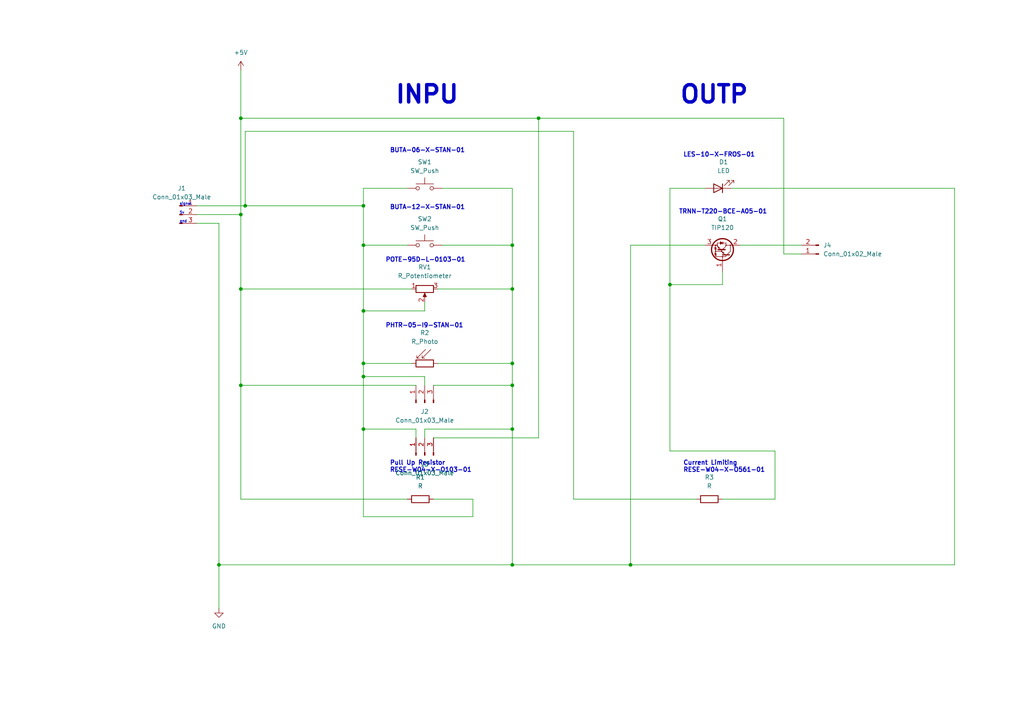
<source format=kicad_sch>
(kicad_sch (version 20211123) (generator eeschema)
  (paper "A4")
  (lib_symbols
    (symbol "Connector:Conn_01x02_Male" (pin_names (offset 1.016) hide)
      (property "Reference" "J" (at 0 2.54 0))
      (property "Value" "Conn_01x02_Male" (at 0 -5.08 0))
      (symbol "Conn_01x02_Male_1_1"
        (polyline (pts (xy 1.27 -2.54) (xy 0.8636 -2.54)) (stroke (width 0.1524)))
        (polyline (pts (xy 1.27 0) (xy 0.8636 0)) (stroke (width 0.1524)))
        (rectangle (start 0.8636 -2.413) (end 0 -2.667) (stroke (width 0.1524)) (fill (type outline)))
        (rectangle (start 0.8636 0.127) (end 0 -0.127) (stroke (width 0.1524)) (fill (type outline)))
        (pin passive line (at 5.08 0 180) (length 3.81) (name "Pin_1") (number "1"))
        (pin passive line (at 5.08 -2.54 180) (length 3.81) (name "Pin_2") (number "2"))
      )
    )
    (symbol "Connector:Conn_01x03_Male" (pin_names (offset 1.016) hide)
      (property "Reference" "J" (at 0 5.08 0))
      (property "Value" "Conn_01x03_Male" (at 0 -5.08 0))
      (symbol "Conn_01x03_Male_1_1"
        (polyline (pts (xy 1.27 -2.54) (xy 0.8636 -2.54)) (stroke (width 0.1524)))
        (polyline (pts (xy 1.27 0) (xy 0.8636 0)) (stroke (width 0.1524)))
        (polyline (pts (xy 1.27 2.54) (xy 0.8636 2.54)) (stroke (width 0.1524)))
        (rectangle (start 0.8636 -2.413) (end 0 -2.667) (stroke (width 0.1524)) (fill (type outline)))
        (rectangle (start 0.8636 0.127) (end 0 -0.127) (stroke (width 0.1524)) (fill (type outline)))
        (rectangle (start 0.8636 2.667) (end 0 2.413) (stroke (width 0.1524)) (fill (type outline)))
        (pin passive line (at 5.08 2.54 180) (length 3.81) (name "Pin_1") (number "1"))
        (pin passive line (at 5.08 0 180) (length 3.81) (name "Pin_2") (number "2"))
        (pin passive line (at 5.08 -2.54 180) (length 3.81) (name "Pin_3") (number "3"))
      )
    )
    (symbol "Device:LED" (pin_numbers hide) (pin_names (offset 1.016) hide)
      (property "Reference" "D" (at 0 2.54 0))
      (property "Value" "LED" (at 0 -2.54 0))
      (symbol "LED_0_1"
        (polyline (pts (xy -1.27 -1.27) (xy -1.27 1.27)) (stroke (width 0.254)))
        (polyline (pts (xy -1.27 0) (xy 1.27 0)))
        (polyline (pts (xy 1.27 -1.27) (xy 1.27 1.27) (xy -1.27 0) (xy 1.27 -1.27)) (stroke (width 0.254)))
        (polyline (pts (xy -3.048 -0.762) (xy -4.572 -2.286) (xy -3.81 -2.286) (xy -4.572 -2.286) (xy -4.572 -1.524)))
        (polyline (pts (xy -1.778 -0.762) (xy -3.302 -2.286) (xy -2.54 -2.286) (xy -3.302 -2.286) (xy -3.302 -1.524)))
      )
      (symbol "LED_1_1"
        (pin passive line (at -3.81 0 0) (length 2.54) (name "K") (number "1"))
        (pin passive line (at 3.81 0 180) (length 2.54) (name "A") (number "2"))
      )
    )
    (symbol "Device:R" (pin_numbers hide) (pin_names (offset 0))
      (property "Reference" "R" (at 2.032 0 90))
      (property "Value" "R" (at 0 0 90))
      (symbol "R_0_1"
        (rectangle (start -1.016 -2.54) (end 1.016 2.54) (stroke (width 0.254)))
      )
      (symbol "R_1_1"
        (pin passive line (at 0 3.81 270) (length 1.27) (name "~") (number "1"))
        (pin passive line (at 0 -3.81 90) (length 1.27) (name "~") (number "2"))
      )
    )
    (symbol "Device:R_Photo" (pin_numbers hide) (pin_names (offset 0))
      (property "Reference" "R" (at 1.27 1.27 0))
      (property "Value" "R_Photo" (at 1.27 0 0))
      (symbol "R_Photo_0_1"
        (rectangle (start -1.016 2.54) (end 1.016 -2.54) (stroke (width 0.254)))
        (polyline (pts (xy -1.524 -2.286) (xy -4.064 0.254)))
        (polyline (pts (xy -1.524 -2.286) (xy -2.286 -2.286)))
        (polyline (pts (xy -1.524 -2.286) (xy -1.524 -1.524)))
        (polyline (pts (xy -1.524 -0.762) (xy -4.064 1.778)))
        (polyline (pts (xy -1.524 -0.762) (xy -2.286 -0.762)))
        (polyline (pts (xy -1.524 -0.762) (xy -1.524 0)))
      )
      (symbol "R_Photo_1_1"
        (pin passive line (at 0 3.81 270) (length 1.27) (name "~") (number "1"))
        (pin passive line (at 0 -3.81 90) (length 1.27) (name "~") (number "2"))
      )
    )
    (symbol "Device:R_Potentiometer" (pin_names (offset 1.016) hide)
      (property "Reference" "RV" (at -4.445 0 90))
      (property "Value" "R_Potentiometer" (at -2.54 0 90))
      (symbol "R_Potentiometer_0_1"
        (polyline (pts (xy 2.54 0) (xy 1.524 0)))
        (polyline (pts (xy 1.143 0) (xy 2.286 0.508) (xy 2.286 -0.508) (xy 1.143 0)) (fill (type outline)))
        (rectangle (start 1.016 2.54) (end -1.016 -2.54) (stroke (width 0.254)))
      )
      (symbol "R_Potentiometer_1_1"
        (pin passive line (at 0 3.81 270) (length 1.27) (name "1") (number "1"))
        (pin passive line (at 3.81 0 180) (length 1.27) (name "2") (number "2"))
        (pin passive line (at 0 -3.81 90) (length 1.27) (name "3") (number "3"))
      )
    )
    (symbol "Switch:SW_Push" (pin_numbers hide) (pin_names (offset 1.016) hide)
      (property "Reference" "SW" (at 1.27 2.54 0))
      (property "Value" "SW_Push" (at 0 -1.524 0))
      (symbol "SW_Push_0_1"
        (circle (center -2.032 0) (radius 0.508))
        (polyline (pts (xy 0 1.27) (xy 0 3.048)))
        (polyline (pts (xy 2.54 1.27) (xy -2.54 1.27)))
        (circle (center 2.032 0) (radius 0.508))
        (pin passive line (at -5.08 0 0) (length 2.54) (name "1") (number "1"))
        (pin passive line (at 5.08 0 180) (length 2.54) (name "2") (number "2"))
      )
    )
    (symbol "Transistor_BJT:TIP120" (pin_names (offset 0) hide)
      (property "Reference" "Q" (at 5.08 1.905 0))
      (property "Value" "TIP120" (at 5.08 0 0))
      (symbol "TIP120_0_1"
        (circle (center -0.762 0) (radius 0.127))
        (polyline (pts (xy -1.27 0) (xy -0.889 0)))
        (polyline (pts (xy 2.54 -2.032) (xy 2.54 -2.54)))
        (polyline (pts (xy 2.54 -1.524) (xy 3.175 -1.524)))
        (polyline (pts (xy 2.794 0.127) (xy 3.556 0.127)))
        (polyline (pts (xy 3.175 -0.635) (xy 3.175 -1.524)))
        (polyline (pts (xy 3.175 1.016) (xy 2.54 1.016)))
        (polyline (pts (xy 3.175 1.016) (xy 3.175 0.127)))
        (polyline (pts (xy -0.254 0.762) (xy 0.762 -0.254) (xy 1.27 -0.254)))
        (polyline (pts (xy -0.254 1.016) (xy -0.762 1.016) (xy -0.762 -2.032)))
        (polyline (pts (xy -0.254 1.27) (xy 0.762 2.286) (xy 2.54 2.286)))
        (polyline (pts (xy -0.254 2.032) (xy -0.254 0) (xy -0.254 0)) (stroke (width 0.3048)))
        (polyline (pts (xy 1.27 0.762) (xy 1.27 -1.27) (xy 1.27 -1.27)) (stroke (width 0.381)))
        (polyline (pts (xy 0.635 -0.127) (xy 0.381 0.381) (xy 0.127 0.127) (xy 0.635 -0.127)))
        (polyline (pts (xy 1.27 -0.508) (xy 2.286 -1.524) (xy 2.54 -1.524) (xy 2.54 -2.032)))
        (polyline (pts (xy 1.27 0) (xy 2.286 1.016) (xy 2.54 1.016) (xy 2.54 2.286)))
        (polyline (pts (xy 2.159 -1.397) (xy 1.905 -0.889) (xy 1.651 -1.143) (xy 2.159 -1.397)))
        (polyline (pts (xy 3.175 0.127) (xy 2.794 -0.635) (xy 3.556 -0.635) (xy 3.175 0.127)) (fill (type outline)))
        (polyline (pts (xy 0.762 -2.032) (xy 0.381 -2.032) (xy 0.254 -2.286) (xy 0.127 -1.778) (xy 0 -2.286) (xy -0.127 -1.778) (xy -0.254 -2.286) (xy -0.381 -1.778) (xy -0.508 -2.032) (xy -0.762 -2.032)))
        (polyline (pts (xy 0.762 -0.254) (xy 0.762 -2.032) (xy 1.143 -2.032) (xy 1.27 -1.778) (xy 1.397 -2.286) (xy 1.524 -1.778) (xy 1.651 -2.286) (xy 1.778 -1.778) (xy 1.905 -2.286) (xy 2.032 -2.032) (xy 2.54 -2.032)))
        (circle (center 0.762 -2.032) (radius 0.127))
        (circle (center 0.762 -0.254) (radius 0.127))
        (circle (center 1.27 0) (radius 3.175) (stroke (width 0.3556)))
        (circle (center 2.54 -2.032) (radius 0.127))
        (circle (center 2.54 -1.524) (radius 0.127))
        (circle (center 2.54 1.016) (radius 0.127))
        (circle (center 2.54 2.286) (radius 0.127))
      )
      (symbol "TIP120_1_1"
        (pin input line (at -5.08 0 0) (length 3.81) (name "B") (number "1"))
        (pin passive line (at 2.54 5.08 270) (length 2.667) (name "C") (number "2"))
        (pin passive line (at 2.54 -5.08 90) (length 2.54) (name "E") (number "3"))
      )
    )
    (symbol "power:+5V" (power) (pin_names (offset 0))
      (property "Value" "+5V" (at 0 3.556 0))
      (symbol "+5V_0_1"
        (polyline (pts (xy -0.762 1.27) (xy 0 2.54)))
        (polyline (pts (xy 0 0) (xy 0 2.54)))
        (polyline (pts (xy 0 2.54) (xy 0.762 1.27)))
      )
      (symbol "+5V_1_1"
        (pin power_in line (at 0 0 90) (length 0) hide (name "+5V") (number "1"))
      )
    )
    (symbol "power:GND" (power) (pin_names (offset 0))
      (property "Value" "GND" (at 0 -3.81 0))
      (symbol "GND_0_1"
        (polyline (pts (xy 0 0) (xy 0 -1.27) (xy 1.27 -1.27) (xy 0 -2.54) (xy -1.27 -1.27) (xy 0 -1.27)))
      )
      (symbol "GND_1_1"
        (pin power_in line (at 0 0 270) (length 0) hide (name "GND") (number "1"))
      )
    )
  )
  (junction (at 105.41 90.17))
  (junction (at 105.41 71.12))
  (junction (at 69.85 34.29))
  (junction (at 69.85 83.82))
  (junction (at 69.85 111.76))
  (junction (at 182.88 163.83))
  (junction (at 105.41 59.69))
  (junction (at 105.41 109.22))
  (junction (at 105.41 124.46))
  (junction (at 148.59 124.46))
  (junction (at 148.59 83.82))
  (junction (at 148.59 111.76))
  (junction (at 63.5 163.83))
  (junction (at 148.59 71.12))
  (junction (at 148.59 105.41))
  (junction (at 156.21 34.29))
  (junction (at 69.85 62.23))
  (junction (at 148.59 163.83))
  (junction (at 194.31 82.55))
  (junction (at 105.41 105.41))
  (junction (at 71.12 59.69))
  (wire (pts (xy 105.41 90.17) (xy 123.19 90.17)))
  (wire (pts (xy 194.31 130.81) (xy 224.79 130.81)))
  (wire (pts (xy 125.73 111.76) (xy 148.59 111.76)))
  (wire (pts (xy 105.41 105.41) (xy 119.38 105.41)))
  (wire (pts (xy 105.41 90.17) (xy 105.41 105.41)))
  (wire (pts (xy 128.27 54.61) (xy 148.59 54.61)))
  (wire (pts (xy 69.85 83.82) (xy 69.85 62.23)))
  (wire (pts (xy 148.59 83.82) (xy 148.59 105.41)))
  (wire (pts (xy 156.21 34.29) (xy 227.33 34.29)))
  (wire (pts (xy 232.41 73.66) (xy 227.33 73.66)))
  (wire (pts (xy 212.09 54.61) (xy 276.86 54.61)))
  (wire (pts (xy 69.85 34.29) (xy 156.21 34.29)))
  (wire (pts (xy 118.11 144.78) (xy 69.85 144.78)))
  (wire (pts (xy 105.41 109.22) (xy 123.19 109.22)))
  (wire (pts (xy 105.41 59.69) (xy 105.41 71.12)))
  (wire (pts (xy 105.41 54.61) (xy 105.41 59.69)))
  (wire (pts (xy 137.16 144.78) (xy 137.16 149.86)))
  (wire (pts (xy 105.41 124.46) (xy 120.65 124.46)))
  (wire (pts (xy 182.88 71.12) (xy 182.88 163.83)))
  (wire (pts (xy 123.19 87.63) (xy 123.19 90.17)))
  (wire (pts (xy 123.19 124.46) (xy 148.59 124.46)))
  (wire (pts (xy 276.86 54.61) (xy 276.86 163.83)))
  (wire (pts (xy 123.19 109.22) (xy 123.19 111.76)))
  (wire (pts (xy 148.59 54.61) (xy 148.59 71.12)))
  (wire (pts (xy 201.93 144.78) (xy 166.37 144.78)))
  (wire (pts (xy 137.16 149.86) (xy 105.41 149.86)))
  (wire (pts (xy 63.5 64.77) (xy 57.15 64.77)))
  (wire (pts (xy 166.37 38.1) (xy 71.12 38.1)))
  (wire (pts (xy 194.31 82.55) (xy 194.31 130.81)))
  (wire (pts (xy 125.73 127) (xy 156.21 127)))
  (wire (pts (xy 194.31 54.61) (xy 194.31 82.55)))
  (wire (pts (xy 204.47 71.12) (xy 182.88 71.12)))
  (wire (pts (xy 123.19 127) (xy 123.19 124.46)))
  (wire (pts (xy 118.11 54.61) (xy 105.41 54.61)))
  (wire (pts (xy 69.85 20.32) (xy 69.85 34.29)))
  (wire (pts (xy 209.55 78.74) (xy 209.55 82.55)))
  (wire (pts (xy 120.65 111.76) (xy 69.85 111.76)))
  (wire (pts (xy 57.15 62.23) (xy 69.85 62.23)))
  (wire (pts (xy 127 105.41) (xy 148.59 105.41)))
  (wire (pts (xy 105.41 124.46) (xy 105.41 109.22)))
  (wire (pts (xy 148.59 111.76) (xy 148.59 124.46)))
  (wire (pts (xy 156.21 127) (xy 156.21 34.29)))
  (wire (pts (xy 224.79 130.81) (xy 224.79 144.78)))
  (wire (pts (xy 63.5 163.83) (xy 63.5 64.77)))
  (wire (pts (xy 194.31 82.55) (xy 209.55 82.55)))
  (wire (pts (xy 71.12 59.69) (xy 105.41 59.69)))
  (wire (pts (xy 276.86 163.83) (xy 182.88 163.83)))
  (wire (pts (xy 69.85 111.76) (xy 69.85 144.78)))
  (wire (pts (xy 105.41 71.12) (xy 105.41 90.17)))
  (wire (pts (xy 148.59 124.46) (xy 148.59 163.83)))
  (wire (pts (xy 69.85 83.82) (xy 69.85 111.76)))
  (wire (pts (xy 204.47 54.61) (xy 194.31 54.61)))
  (wire (pts (xy 148.59 163.83) (xy 63.5 163.83)))
  (wire (pts (xy 125.73 144.78) (xy 137.16 144.78)))
  (wire (pts (xy 148.59 71.12) (xy 128.27 71.12)))
  (wire (pts (xy 105.41 71.12) (xy 118.11 71.12)))
  (wire (pts (xy 127 83.82) (xy 148.59 83.82)))
  (wire (pts (xy 148.59 105.41) (xy 148.59 111.76)))
  (wire (pts (xy 224.79 144.78) (xy 209.55 144.78)))
  (wire (pts (xy 69.85 34.29) (xy 69.85 62.23)))
  (wire (pts (xy 57.15 59.69) (xy 71.12 59.69)))
  (wire (pts (xy 105.41 149.86) (xy 105.41 124.46)))
  (wire (pts (xy 148.59 71.12) (xy 148.59 83.82)))
  (wire (pts (xy 182.88 163.83) (xy 148.59 163.83)))
  (wire (pts (xy 63.5 176.53) (xy 63.5 163.83)))
  (wire (pts (xy 214.63 71.12) (xy 232.41 71.12)))
  (wire (pts (xy 105.41 109.22) (xy 105.41 105.41)))
  (wire (pts (xy 227.33 73.66) (xy 227.33 34.29)))
  (wire (pts (xy 69.85 83.82) (xy 119.38 83.82)))
  (wire (pts (xy 71.12 38.1) (xy 71.12 59.69)))
  (wire (pts (xy 166.37 38.1) (xy 166.37 144.78)))
  (wire (pts (xy 120.65 127) (xy 120.65 124.46)))
  (text "5v" (at 52.07 62.23 0) (effects (font (size 0.75 0.75) bold) (justify left bottom)))
  (text "TRNN-T220-BCE-A05-01" (at 196.85 62.23 0) (effects (font (size 1.27 1.27) bold) (justify left bottom)))
  (text "POTE-95D-L-0103-01" (at 111.76 76.2 0) (effects (font (size 1.27 1.27) bold) (justify left bottom)))
  (text "LES-10-X-FROS-01" (at 198.12 45.72 0) (effects (font (size 1.27 1.27) bold) (justify left bottom)))
  (text "BUTA-12-X-STAN-01\n" (at 113.03 60.96 0) (effects (font (size 1.27 1.27) bold) (justify left bottom)))
  (text "OUTP" (at 196.85 30.48 0) (effects (font (size 5 5) bold) (justify left bottom)))
  (text "Pull Up Resistor\nRESE-W04-X-O103-01" (at 113.03 137.16 0) (effects (font (size 1.27 1.27) bold) (justify left bottom)))
  (text "BUTA-06-X-STAN-01" (at 113.03 44.45 0) (effects (font (size 1.27 1.27) bold) (justify left bottom)))
  (text "gnd" (at 52.07 64.77 0) (effects (font (size 0.75 0.75) bold) (justify left bottom)))
  (text "PHTR-05-I9-STAN-01" (at 111.76 95.25 0) (effects (font (size 1.27 1.27) bold) (justify left bottom)))
  (text "INPU" (at 114.3 30.48 0) (effects (font (size 5 5) (thickness 1) bold) (justify left bottom)))
  (text "Current Limiting\nRESE-W04-X-O561-01" (at 198.12 137.16 0) (effects (font (size 1.27 1.27) bold) (justify left bottom)))
  (text "signal" (at 52.07 59.69 0) (effects (font (size 0.75 0.75) bold) (justify left bottom)))
  (symbol (lib_id "Switch:SW_Push") (at 123.19 54.61 0) (unit 1)
    (property "Reference" "SW1" (at 123.19 46.99 0))
    (property "Value" "SW_Push" (at 123.19 49.53 0))
    (property "Footprint" "Button_Switch_THT:SW_PUSH_6mm" (effects hide))
  )
  (symbol (lib_id "Connector:Conn_01x03_Male") (at 123.19 116.84 90) (unit 1)
    (property "Reference" "J2" (at 123.19 119.38 90))
    (property "Value" "Conn_01x03_Male" (at 123.19 121.92 90))
    (property "Footprint" "Connector_PinHeader_2.54mm:PinHeader_1x03_P2.54mm_Vertical" (effects hide))
  )
  (symbol (lib_id "Device:R") (at 121.92 144.78 90) (unit 1)
    (property "Reference" "R1" (at 121.92 138.43 90))
    (property "Value" "R" (at 121.92 140.97 90))
    (property "Footprint" "Resistor_THT:R_Axial_DIN0411_L9.9mm_D3.6mm_P12.70mm_Horizontal" (effects hide))
  )
  (symbol (lib_id "Transistor_BJT:TIP120") (at 209.55 73.66 270) (mirror x) (unit 1)
    (property "Reference" "Q1" (at 209.55 63.5 90))
    (property "Value" "TIP120" (at 209.55 66.04 90))
    (property "Footprint" "Package_TO_SOT_THT:TO-220-3_Vertical" (effects hide))
    (property "Datasheet" "https://www.onsemi.com/pub/Collateral/TIP120-D.PDF" (effects hide))
  )
  (symbol (lib_id "Device:R") (at 205.74 144.78 90) (unit 1)
    (property "Reference" "R3" (at 205.74 138.43 90))
    (property "Value" "R" (at 205.74 140.97 90))
    (property "Footprint" "Resistor_THT:R_Axial_DIN0411_L9.9mm_D3.6mm_P12.70mm_Horizontal" (effects hide))
  )
  (symbol (lib_id "Connector:Conn_01x03_Male") (at 52.07 62.23 0) (unit 1)
    (property "Reference" "J1" (at 52.705 54.61 0))
    (property "Value" "Conn_01x03_Male" (at 52.705 57.15 0))
    (property "Footprint" "Connector_PinHeader_2.54mm:PinHeader_1x03_P2.54mm_Horizontal" (effects hide))
  )
  (symbol (lib_id "Device:R_Photo") (at 123.19 105.41 270) (unit 1)
    (property "Reference" "R2" (at 123.19 96.52 90))
    (property "Value" "R_Photo" (at 123.19 99.06 90))
    (property "Footprint" "OptoDevice:R_LDR_10x8.5mm_P7.6mm_Vertical" (effects hide))
  )
  (symbol (lib_id "power:+5V") (at 69.85 20.32 0) (unit 1)
    (property "Reference" "#PWR02" (effects hide))
    (property "Value" "+5V" (at 69.85 15.24 0))
  )
  (symbol (lib_id "Connector:Conn_01x03_Male") (at 123.19 132.08 90) (unit 1)
    (property "Reference" "J3" (at 123.19 134.62 90))
    (property "Value" "Conn_01x03_Male" (at 123.19 137.16 90))
    (property "Footprint" "Connector_PinHeader_2.54mm:PinHeader_1x03_P2.54mm_Vertical" (effects hide))
  )
  (symbol (lib_id "Switch:SW_Push") (at 123.19 71.12 0) (unit 1)
    (property "Reference" "SW2" (at 123.19 63.5 0))
    (property "Value" "SW_Push" (at 123.19 66.04 0))
    (property "Footprint" "Button_Switch_THT:SW_PUSH-12mm" (effects hide))
  )
  (symbol (lib_id "Device:LED") (at 208.28 54.61 180) (unit 1)
    (property "Reference" "D1" (at 209.8675 46.99 0))
    (property "Value" "LED" (at 209.8675 49.53 0))
    (property "Footprint" "LED_THT:LED_D10.0mm" (effects hide))
  )
  (symbol (lib_id "Connector:Conn_01x02_Male") (at 237.49 73.66 180) (unit 1)
    (property "Reference" "J4" (at 238.76 71.1199 0) (effects (justify right)))
    (property "Value" "Conn_01x02_Male" (at 238.76 73.6599 0) (effects (justify right)))
    (property "Footprint" "Connector_PinHeader_2.54mm:PinHeader_1x02_P2.54mm_Vertical" (effects hide))
  )
  (symbol (lib_id "Device:R_Potentiometer") (at 123.19 83.82 90) (mirror x) (unit 1)
    (property "Reference" "RV1" (at 123.19 77.47 90))
    (property "Value" "R_Potentiometer" (at 123.19 80.01 90))
  )
  (symbol (lib_id "power:GND") (at 63.5 176.53 0) (unit 1)
    (property "Reference" "#PWR01" (effects hide))
    (property "Value" "GND" (at 63.5 181.61 0))
  )
)
</source>
